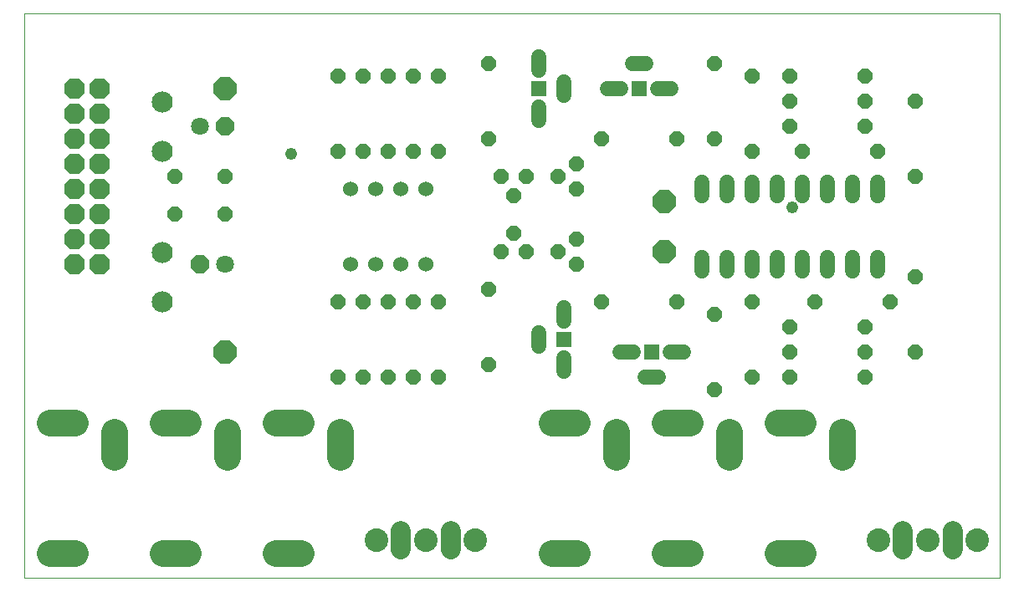
<source format=gts>
G75*
%MOIN*%
%OFA0B0*%
%FSLAX25Y25*%
%IPPOS*%
%LPD*%
%AMOC8*
5,1,8,0,0,1.08239X$1,22.5*
%
%ADD10C,0.00000*%
%ADD11C,0.10800*%
%ADD12OC8,0.09300*%
%ADD13C,0.07100*%
%ADD14OC8,0.07100*%
%ADD15OC8,0.06000*%
%ADD16C,0.08400*%
%ADD17C,0.06000*%
%ADD18C,0.06000*%
%ADD19C,0.09400*%
%ADD20C,0.07887*%
%ADD21OC8,0.08200*%
%ADD22R,0.05950X0.05950*%
%ADD23C,0.04800*%
D10*
X0005620Y0040337D02*
X0005620Y0265298D01*
X0394321Y0265298D01*
X0394321Y0040337D01*
X0005620Y0040337D01*
D11*
X0015935Y0050180D02*
X0025935Y0050180D01*
X0060935Y0050180D02*
X0070935Y0050180D01*
X0105935Y0050180D02*
X0115935Y0050180D01*
X0131407Y0088487D02*
X0131407Y0098487D01*
X0115935Y0102148D02*
X0105935Y0102148D01*
X0086407Y0098487D02*
X0086407Y0088487D01*
X0070935Y0102148D02*
X0060935Y0102148D01*
X0041407Y0098487D02*
X0041407Y0088487D01*
X0025935Y0102148D02*
X0015935Y0102148D01*
X0215935Y0102148D02*
X0225935Y0102148D01*
X0241407Y0098487D02*
X0241407Y0088487D01*
X0260935Y0102148D02*
X0270935Y0102148D01*
X0286407Y0098487D02*
X0286407Y0088487D01*
X0305935Y0102148D02*
X0315935Y0102148D01*
X0331407Y0098487D02*
X0331407Y0088487D01*
X0315935Y0050180D02*
X0305935Y0050180D01*
X0270935Y0050180D02*
X0260935Y0050180D01*
X0225935Y0050180D02*
X0215935Y0050180D01*
D12*
X0085620Y0130337D03*
X0085620Y0235337D03*
X0260620Y0190337D03*
X0260620Y0170337D03*
D13*
X0085620Y0165337D03*
X0075620Y0220337D03*
D14*
X0085620Y0220337D03*
X0075620Y0165337D03*
D15*
X0065620Y0185337D03*
X0085620Y0185337D03*
X0085620Y0200337D03*
X0065620Y0200337D03*
X0130620Y0210337D03*
X0140620Y0210337D03*
X0150620Y0210337D03*
X0160620Y0210337D03*
X0170620Y0210337D03*
X0190620Y0215337D03*
X0195620Y0200337D03*
X0200620Y0192837D03*
X0205620Y0200337D03*
X0218120Y0200337D03*
X0225620Y0195337D03*
X0225620Y0205337D03*
X0235620Y0215337D03*
X0265620Y0215337D03*
X0280620Y0215337D03*
X0295620Y0210337D03*
X0310620Y0220337D03*
X0310620Y0230337D03*
X0310620Y0240337D03*
X0295620Y0240337D03*
X0280620Y0245337D03*
X0315620Y0210337D03*
X0340620Y0220337D03*
X0340620Y0230337D03*
X0340620Y0240337D03*
X0360620Y0230337D03*
X0345620Y0210337D03*
X0360620Y0200337D03*
X0360620Y0160337D03*
X0350620Y0150337D03*
X0340620Y0140337D03*
X0340620Y0130337D03*
X0340620Y0120337D03*
X0360620Y0130337D03*
X0320620Y0150337D03*
X0310620Y0140337D03*
X0310620Y0130337D03*
X0310620Y0120337D03*
X0295620Y0120337D03*
X0280620Y0115337D03*
X0280620Y0145337D03*
X0295620Y0150337D03*
X0265620Y0150337D03*
X0235620Y0150337D03*
X0225620Y0165337D03*
X0218120Y0170337D03*
X0225620Y0175337D03*
X0205620Y0170337D03*
X0200620Y0177837D03*
X0195620Y0170337D03*
X0190620Y0155337D03*
X0170620Y0150337D03*
X0160620Y0150337D03*
X0150620Y0150337D03*
X0140620Y0150337D03*
X0130620Y0150337D03*
X0130620Y0120337D03*
X0140620Y0120337D03*
X0150620Y0120337D03*
X0160620Y0120337D03*
X0170620Y0120337D03*
X0190620Y0125337D03*
X0170620Y0240337D03*
X0160620Y0240337D03*
X0150620Y0240337D03*
X0140620Y0240337D03*
X0130620Y0240337D03*
X0190620Y0245337D03*
D16*
X0060620Y0230180D03*
X0060620Y0210494D03*
X0060620Y0170180D03*
X0060620Y0150494D03*
D17*
X0135620Y0165337D03*
X0145620Y0165337D03*
X0155620Y0165337D03*
X0165620Y0165337D03*
X0165620Y0195337D03*
X0155620Y0195337D03*
X0145620Y0195337D03*
X0135620Y0195337D03*
D18*
X0210620Y0222737D02*
X0210620Y0227937D01*
X0220620Y0232737D02*
X0220620Y0237937D01*
X0210620Y0242737D02*
X0210620Y0247937D01*
X0238020Y0235337D02*
X0243220Y0235337D01*
X0248020Y0245337D02*
X0253220Y0245337D01*
X0258020Y0235337D02*
X0263220Y0235337D01*
X0275620Y0197937D02*
X0275620Y0192737D01*
X0285620Y0192737D02*
X0285620Y0197937D01*
X0295620Y0197937D02*
X0295620Y0192737D01*
X0305620Y0192737D02*
X0305620Y0197937D01*
X0315620Y0197937D02*
X0315620Y0192737D01*
X0325620Y0192737D02*
X0325620Y0197937D01*
X0335620Y0197937D02*
X0335620Y0192737D01*
X0345620Y0192737D02*
X0345620Y0197937D01*
X0345620Y0167937D02*
X0345620Y0162737D01*
X0335620Y0162737D02*
X0335620Y0167937D01*
X0325620Y0167937D02*
X0325620Y0162737D01*
X0315620Y0162737D02*
X0315620Y0167937D01*
X0305620Y0167937D02*
X0305620Y0162737D01*
X0295620Y0162737D02*
X0295620Y0167937D01*
X0285620Y0167937D02*
X0285620Y0162737D01*
X0275620Y0162737D02*
X0275620Y0167937D01*
X0220620Y0147937D02*
X0220620Y0142737D01*
X0210620Y0137937D02*
X0210620Y0132737D01*
X0220620Y0127937D02*
X0220620Y0122737D01*
X0243020Y0130337D02*
X0248220Y0130337D01*
X0253020Y0120337D02*
X0258220Y0120337D01*
X0263020Y0130337D02*
X0268220Y0130337D01*
D19*
X0345935Y0055337D03*
X0365620Y0055337D03*
X0385305Y0055337D03*
X0185305Y0055337D03*
X0165620Y0055337D03*
X0145935Y0055337D03*
D20*
X0155620Y0051794D02*
X0155620Y0058880D01*
X0175620Y0058880D02*
X0175620Y0051794D01*
X0355620Y0051794D02*
X0355620Y0058880D01*
X0375620Y0058880D02*
X0375620Y0051794D01*
D21*
X0035620Y0165337D03*
X0025620Y0165337D03*
X0025620Y0175337D03*
X0035620Y0175337D03*
X0035620Y0185337D03*
X0025620Y0185337D03*
X0025620Y0195337D03*
X0035620Y0195337D03*
X0035620Y0205337D03*
X0025620Y0205337D03*
X0025620Y0215337D03*
X0035620Y0215337D03*
X0035620Y0225337D03*
X0025620Y0225337D03*
X0025620Y0235337D03*
X0035620Y0235337D03*
D22*
X0210620Y0235337D03*
X0250620Y0235337D03*
X0220620Y0135337D03*
X0255620Y0130337D03*
D23*
X0311620Y0187937D03*
X0111820Y0209537D03*
M02*

</source>
